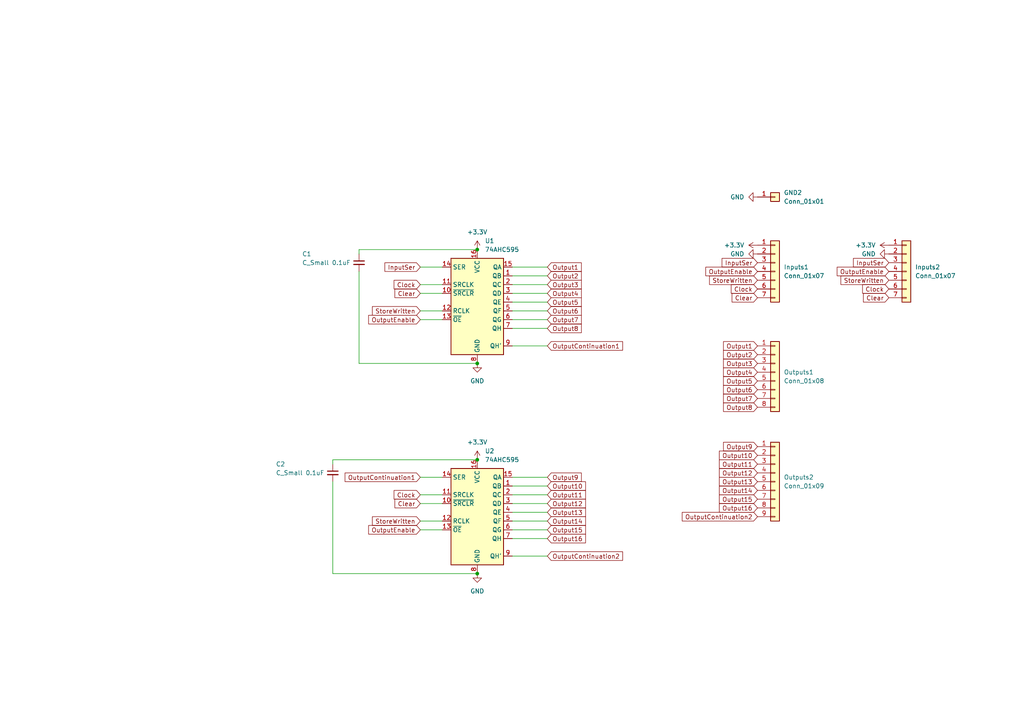
<source format=kicad_sch>
(kicad_sch (version 20230121) (generator eeschema)
  (paper "A4")
  (lib_symbols
    (symbol "74xx:74AHC595"
      (property "Reference" "U" (at -7.62 13.97 0))
      (property "Value" "74AHC595" (at -7.62 -16.51 0))
      (symbol "74AHC595_1_0"
        (pin tri_state line (at 10.16 7.62 180) (length 2.54) (name "QB") (number "1"))
        (pin input line (at -10.16 2.54 0) (length 2.54) (name "~{SRCLR}") (number "10"))
        (pin input line (at -10.16 5.08 0) (length 2.54) (name "SRCLK") (number "11"))
        (pin input line (at -10.16 -2.54 0) (length 2.54) (name "RCLK") (number "12"))
        (pin input line (at -10.16 -5.08 0) (length 2.54) (name "~{OE}") (number "13"))
        (pin input line (at -10.16 10.16 0) (length 2.54) (name "SER") (number "14"))
        (pin tri_state line (at 10.16 10.16 180) (length 2.54) (name "QA") (number "15"))
        (pin power_in line (at 0 15.24 270) (length 2.54) (name "VCC") (number "16"))
        (pin tri_state line (at 10.16 5.08 180) (length 2.54) (name "QC") (number "2"))
        (pin tri_state line (at 10.16 2.54 180) (length 2.54) (name "QD") (number "3"))
        (pin tri_state line (at 10.16 0 180) (length 2.54) (name "QE") (number "4"))
        (pin tri_state line (at 10.16 -2.54 180) (length 2.54) (name "QF") (number "5"))
        (pin tri_state line (at 10.16 -5.08 180) (length 2.54) (name "QG") (number "6"))
        (pin tri_state line (at 10.16 -7.62 180) (length 2.54) (name "QH") (number "7"))
        (pin power_in line (at 0 -17.78 90) (length 2.54) (name "GND") (number "8"))
        (pin output line (at 10.16 -12.7 180) (length 2.54) (name "QH'") (number "9"))
      )
      (symbol "74AHC595_1_1"
        (rectangle (start -7.62 12.7) (end 7.62 -15.24) (stroke (width 0.254)) (fill (type background)))
      )
    )
    (symbol "Connector_Generic:Conn_01x01" (pin_names (offset 1.016) hide)
      (property "Reference" "J" (at 0 2.54 0))
      (property "Value" "Conn_01x01" (at 0 -2.54 0))
      (symbol "Conn_01x01_1_1"
        (rectangle (start -1.27 0.127) (end 0 -0.127) (stroke (width 0.1524)))
        (rectangle (start -1.27 1.27) (end 1.27 -1.27) (stroke (width 0.254)) (fill (type background)))
        (pin passive line (at -5.08 0 0) (length 3.81) (name "Pin_1") (number "1"))
      )
    )
    (symbol "Connector_Generic:Conn_01x07" (pin_names (offset 1.016) hide)
      (property "Reference" "J" (at 0 10.16 0))
      (property "Value" "Conn_01x07" (at 0 -10.16 0))
      (symbol "Conn_01x07_1_1"
        (rectangle (start -1.27 -7.493) (end 0 -7.747) (stroke (width 0.1524)))
        (rectangle (start -1.27 -4.953) (end 0 -5.207) (stroke (width 0.1524)))
        (rectangle (start -1.27 -2.413) (end 0 -2.667) (stroke (width 0.1524)))
        (rectangle (start -1.27 0.127) (end 0 -0.127) (stroke (width 0.1524)))
        (rectangle (start -1.27 2.667) (end 0 2.413) (stroke (width 0.1524)))
        (rectangle (start -1.27 5.207) (end 0 4.953) (stroke (width 0.1524)))
        (rectangle (start -1.27 7.747) (end 0 7.493) (stroke (width 0.1524)))
        (rectangle (start -1.27 8.89) (end 1.27 -8.89) (stroke (width 0.254)) (fill (type background)))
        (pin passive line (at -5.08 7.62 0) (length 3.81) (name "Pin_1") (number "1"))
        (pin passive line (at -5.08 5.08 0) (length 3.81) (name "Pin_2") (number "2"))
        (pin passive line (at -5.08 2.54 0) (length 3.81) (name "Pin_3") (number "3"))
        (pin passive line (at -5.08 0 0) (length 3.81) (name "Pin_4") (number "4"))
        (pin passive line (at -5.08 -2.54 0) (length 3.81) (name "Pin_5") (number "5"))
        (pin passive line (at -5.08 -5.08 0) (length 3.81) (name "Pin_6") (number "6"))
        (pin passive line (at -5.08 -7.62 0) (length 3.81) (name "Pin_7") (number "7"))
      )
    )
    (symbol "Connector_Generic:Conn_01x08" (pin_names (offset 1.016) hide)
      (property "Reference" "J" (at 0 10.16 0))
      (property "Value" "Conn_01x08" (at 0 -12.7 0))
      (symbol "Conn_01x08_1_1"
        (rectangle (start -1.27 -10.033) (end 0 -10.287) (stroke (width 0.1524)))
        (rectangle (start -1.27 -7.493) (end 0 -7.747) (stroke (width 0.1524)))
        (rectangle (start -1.27 -4.953) (end 0 -5.207) (stroke (width 0.1524)))
        (rectangle (start -1.27 -2.413) (end 0 -2.667) (stroke (width 0.1524)))
        (rectangle (start -1.27 0.127) (end 0 -0.127) (stroke (width 0.1524)))
        (rectangle (start -1.27 2.667) (end 0 2.413) (stroke (width 0.1524)))
        (rectangle (start -1.27 5.207) (end 0 4.953) (stroke (width 0.1524)))
        (rectangle (start -1.27 7.747) (end 0 7.493) (stroke (width 0.1524)))
        (rectangle (start -1.27 8.89) (end 1.27 -11.43) (stroke (width 0.254)) (fill (type background)))
        (pin passive line (at -5.08 7.62 0) (length 3.81) (name "Pin_1") (number "1"))
        (pin passive line (at -5.08 5.08 0) (length 3.81) (name "Pin_2") (number "2"))
        (pin passive line (at -5.08 2.54 0) (length 3.81) (name "Pin_3") (number "3"))
        (pin passive line (at -5.08 0 0) (length 3.81) (name "Pin_4") (number "4"))
        (pin passive line (at -5.08 -2.54 0) (length 3.81) (name "Pin_5") (number "5"))
        (pin passive line (at -5.08 -5.08 0) (length 3.81) (name "Pin_6") (number "6"))
        (pin passive line (at -5.08 -7.62 0) (length 3.81) (name "Pin_7") (number "7"))
        (pin passive line (at -5.08 -10.16 0) (length 3.81) (name "Pin_8") (number "8"))
      )
    )
    (symbol "Connector_Generic:Conn_01x09" (pin_names (offset 1.016) hide)
      (property "Reference" "J" (at 0 12.7 0))
      (property "Value" "Conn_01x09" (at 0 -12.7 0))
      (symbol "Conn_01x09_1_1"
        (rectangle (start -1.27 -10.033) (end 0 -10.287) (stroke (width 0.1524)))
        (rectangle (start -1.27 -7.493) (end 0 -7.747) (stroke (width 0.1524)))
        (rectangle (start -1.27 -4.953) (end 0 -5.207) (stroke (width 0.1524)))
        (rectangle (start -1.27 -2.413) (end 0 -2.667) (stroke (width 0.1524)))
        (rectangle (start -1.27 0.127) (end 0 -0.127) (stroke (width 0.1524)))
        (rectangle (start -1.27 2.667) (end 0 2.413) (stroke (width 0.1524)))
        (rectangle (start -1.27 5.207) (end 0 4.953) (stroke (width 0.1524)))
        (rectangle (start -1.27 7.747) (end 0 7.493) (stroke (width 0.1524)))
        (rectangle (start -1.27 10.287) (end 0 10.033) (stroke (width 0.1524)))
        (rectangle (start -1.27 11.43) (end 1.27 -11.43) (stroke (width 0.254)) (fill (type background)))
        (pin passive line (at -5.08 10.16 0) (length 3.81) (name "Pin_1") (number "1"))
        (pin passive line (at -5.08 7.62 0) (length 3.81) (name "Pin_2") (number "2"))
        (pin passive line (at -5.08 5.08 0) (length 3.81) (name "Pin_3") (number "3"))
        (pin passive line (at -5.08 2.54 0) (length 3.81) (name "Pin_4") (number "4"))
        (pin passive line (at -5.08 0 0) (length 3.81) (name "Pin_5") (number "5"))
        (pin passive line (at -5.08 -2.54 0) (length 3.81) (name "Pin_6") (number "6"))
        (pin passive line (at -5.08 -5.08 0) (length 3.81) (name "Pin_7") (number "7"))
        (pin passive line (at -5.08 -7.62 0) (length 3.81) (name "Pin_8") (number "8"))
        (pin passive line (at -5.08 -10.16 0) (length 3.81) (name "Pin_9") (number "9"))
      )
    )
    (symbol "Device:C_Small" (pin_numbers hide) (pin_names (offset 0.254) hide)
      (property "Reference" "C" (at 0.254 1.778 0))
      (property "Value" "C_Small" (at 0.254 -2.032 0))
      (symbol "C_Small_0_1"
        (polyline (pts (xy -1.524 -0.508) (xy 1.524 -0.508)) (stroke (width 0.3302)))
        (polyline (pts (xy -1.524 0.508) (xy 1.524 0.508)) (stroke (width 0.3048)))
      )
      (symbol "C_Small_1_1"
        (pin passive line (at 0 2.54 270) (length 2.032) (name "~") (number "1"))
        (pin passive line (at 0 -2.54 90) (length 2.032) (name "~") (number "2"))
      )
    )
    (symbol "power:+3.3V" (power) (pin_names (offset 0))
      (property "Value" "+3.3V" (at 0 3.556 0))
      (symbol "+3.3V_0_1"
        (polyline (pts (xy -0.762 1.27) (xy 0 2.54)))
        (polyline (pts (xy 0 0) (xy 0 2.54)))
        (polyline (pts (xy 0 2.54) (xy 0.762 1.27)))
      )
      (symbol "+3.3V_1_1"
        (pin power_in line (at 0 0 90) (length 0) hide (name "+3.3V") (number "1"))
      )
    )
    (symbol "power:GND" (power) (pin_names (offset 0))
      (property "Value" "GND" (at 0 -3.81 0))
      (symbol "GND_0_1"
        (polyline (pts (xy 0 0) (xy 0 -1.27) (xy 1.27 -1.27) (xy 0 -2.54) (xy -1.27 -1.27) (xy 0 -1.27)))
      )
      (symbol "GND_1_1"
        (pin power_in line (at 0 0 270) (length 0) hide (name "GND") (number "1"))
      )
    )
  )
  (junction (at 138.43 133.35))
  (junction (at 138.43 105.41))
  (junction (at 138.43 166.37))
  (junction (at 138.43 72.39))
  (wire (pts (xy 158.75 161.29) (xy 148.59 161.29)))
  (wire (pts (xy 121.92 90.17) (xy 128.27 90.17)))
  (wire (pts (xy 121.92 153.67) (xy 128.27 153.67)))
  (wire (pts (xy 121.92 151.13) (xy 128.27 151.13)))
  (wire (pts (xy 148.59 138.43) (xy 158.75 138.43)))
  (wire (pts (xy 121.92 146.05) (xy 128.27 146.05)))
  (wire (pts (xy 158.75 80.01) (xy 148.59 80.01)))
  (wire (pts (xy 158.75 92.71) (xy 148.59 92.71)))
  (wire (pts (xy 121.92 85.09) (xy 128.27 85.09)))
  (wire (pts (xy 158.75 143.51) (xy 148.59 143.51)))
  (wire (pts (xy 158.75 151.13) (xy 148.59 151.13)))
  (wire (pts (xy 158.75 156.21) (xy 148.59 156.21)))
  (wire (pts (xy 121.92 143.51) (xy 128.27 143.51)))
  (wire (pts (xy 158.75 148.59) (xy 148.59 148.59)))
  (wire (pts (xy 121.92 77.47) (xy 128.27 77.47)))
  (wire (pts (xy 121.92 92.71) (xy 128.27 92.71)))
  (wire (pts (xy 158.75 85.09) (xy 148.59 85.09)))
  (wire (pts (xy 104.14 105.41) (xy 138.43 105.41)))
  (wire (pts (xy 158.75 87.63) (xy 148.59 87.63)))
  (wire (pts (xy 158.75 95.25) (xy 148.59 95.25)))
  (wire (pts (xy 104.14 72.39) (xy 138.43 72.39)))
  (wire (pts (xy 96.52 133.35) (xy 138.43 133.35)))
  (wire (pts (xy 121.92 82.55) (xy 128.27 82.55)))
  (wire (pts (xy 158.75 90.17) (xy 148.59 90.17)))
  (wire (pts (xy 158.75 146.05) (xy 148.59 146.05)))
  (wire (pts (xy 158.75 140.97) (xy 148.59 140.97)))
  (wire (pts (xy 158.75 100.33) (xy 148.59 100.33)))
  (wire (pts (xy 148.59 77.47) (xy 158.75 77.47)))
  (wire (pts (xy 158.75 153.67) (xy 148.59 153.67)))
  (wire (pts (xy 96.52 133.35) (xy 96.52 134.62)))
  (wire (pts (xy 96.52 166.37) (xy 138.43 166.37)))
  (wire (pts (xy 96.52 139.7) (xy 96.52 166.37)))
  (wire (pts (xy 104.14 78.74) (xy 104.14 105.41)))
  (wire (pts (xy 104.14 73.66) (xy 104.14 72.39)))
  (wire (pts (xy 121.92 138.43) (xy 128.27 138.43)))
  (wire (pts (xy 158.75 82.55) (xy 148.59 82.55)))
  (global_label "Output6" (shape input) (at 158.75 90.17 0) (property "Intersheetrefs" "${INTERSHEET_REFS}" (effects hide)))
  (global_label "Output3" (shape input) (at 219.71 105.41 180) (property "Intersheetrefs" "${INTERSHEET_REFS}" (effects hide)))
  (global_label "OutputContinuation2" (shape input) (at 158.75 161.29 0) (property "Intersheetrefs" "${INTERSHEET_REFS}" (effects hide)))
  (global_label "Output7" (shape input) (at 158.75 92.71 0) (property "Intersheetrefs" "${INTERSHEET_REFS}" (effects hide)))
  (global_label "Output15" (shape input) (at 158.75 153.67 0) (property "Intersheetrefs" "${INTERSHEET_REFS}" (effects hide)))
  (global_label "Output4" (shape input) (at 219.71 107.95 180) (property "Intersheetrefs" "${INTERSHEET_REFS}" (effects hide)))
  (global_label "Output10" (shape input) (at 219.71 132.08 180) (property "Intersheetrefs" "${INTERSHEET_REFS}" (effects hide)))
  (global_label "Output2" (shape input) (at 158.75 80.01 0) (property "Intersheetrefs" "${INTERSHEET_REFS}" (effects hide)))
  (global_label "Output2" (shape input) (at 219.71 102.87 180) (property "Intersheetrefs" "${INTERSHEET_REFS}" (effects hide)))
  (global_label "OutputContinuation1" (shape input) (at 158.75 100.33 0) (property "Intersheetrefs" "${INTERSHEET_REFS}" (effects hide)))
  (global_label "Output3" (shape input) (at 158.75 82.55 0) (property "Intersheetrefs" "${INTERSHEET_REFS}" (effects hide)))
  (global_label "OutputContinuation2" (shape input) (at 219.71 149.86 180) (property "Intersheetrefs" "${INTERSHEET_REFS}" (effects hide)))
  (global_label "InputSer" (shape input) (at 121.92 77.47 180) (property "Intersheetrefs" "${INTERSHEET_REFS}" (effects hide)))
  (global_label "Output11" (shape input) (at 158.75 143.51 0) (property "Intersheetrefs" "${INTERSHEET_REFS}" (effects hide)))
  (global_label "Output16" (shape input) (at 219.71 147.32 180) (property "Intersheetrefs" "${INTERSHEET_REFS}" (effects hide)))
  (global_label "Clock" (shape input) (at 121.92 143.51 180) (property "Intersheetrefs" "${INTERSHEET_REFS}" (effects hide)))
  (global_label "Clear" (shape input) (at 257.81 86.36 180) (property "Intersheetrefs" "${INTERSHEET_REFS}" (effects hide)))
  (global_label "Output9" (shape input) (at 158.75 138.43 0) (property "Intersheetrefs" "${INTERSHEET_REFS}" (effects hide)))
  (global_label "StoreWritten" (shape input) (at 121.92 90.17 180) (property "Intersheetrefs" "${INTERSHEET_REFS}" (effects hide)))
  (global_label "Output1" (shape input) (at 158.75 77.47 0) (property "Intersheetrefs" "${INTERSHEET_REFS}" (effects hide)))
  (global_label "Output6" (shape input) (at 219.71 113.03 180) (property "Intersheetrefs" "${INTERSHEET_REFS}" (effects hide)))
  (global_label "Output14" (shape input) (at 219.71 142.24 180) (property "Intersheetrefs" "${INTERSHEET_REFS}" (effects hide)))
  (global_label "Output13" (shape input) (at 158.75 148.59 0) (property "Intersheetrefs" "${INTERSHEET_REFS}" (effects hide)))
  (global_label "OutputEnable" (shape input) (at 121.92 153.67 180) (property "Intersheetrefs" "${INTERSHEET_REFS}" (effects hide)))
  (global_label "Output8" (shape input) (at 158.75 95.25 0) (property "Intersheetrefs" "${INTERSHEET_REFS}" (effects hide)))
  (global_label "Output8" (shape input) (at 219.71 118.11 180) (property "Intersheetrefs" "${INTERSHEET_REFS}" (effects hide)))
  (global_label "Output14" (shape input) (at 158.75 151.13 0) (property "Intersheetrefs" "${INTERSHEET_REFS}" (effects hide)))
  (global_label "Output15" (shape input) (at 219.71 144.78 180) (property "Intersheetrefs" "${INTERSHEET_REFS}" (effects hide)))
  (global_label "Clock" (shape input) (at 257.81 83.82 180) (property "Intersheetrefs" "${INTERSHEET_REFS}" (effects hide)))
  (global_label "Clock" (shape input) (at 219.71 83.82 180) (property "Intersheetrefs" "${INTERSHEET_REFS}" (effects hide)))
  (global_label "OutputContinuation1" (shape input) (at 121.92 138.43 180) (property "Intersheetrefs" "${INTERSHEET_REFS}" (effects hide)))
  (global_label "Clear" (shape input) (at 121.92 146.05 180) (property "Intersheetrefs" "${INTERSHEET_REFS}" (effects hide)))
  (global_label "Output11" (shape input) (at 219.71 134.62 180) (property "Intersheetrefs" "${INTERSHEET_REFS}" (effects hide)))
  (global_label "Output13" (shape input) (at 219.71 139.7 180) (property "Intersheetrefs" "${INTERSHEET_REFS}" (effects hide)))
  (global_label "StoreWritten" (shape input) (at 219.71 81.28 180) (property "Intersheetrefs" "${INTERSHEET_REFS}" (effects hide)))
  (global_label "Output1" (shape input) (at 219.71 100.33 180) (property "Intersheetrefs" "${INTERSHEET_REFS}" (effects hide)))
  (global_label "Output12" (shape input) (at 158.75 146.05 0) (property "Intersheetrefs" "${INTERSHEET_REFS}" (effects hide)))
  (global_label "Output7" (shape input) (at 219.71 115.57 180) (property "Intersheetrefs" "${INTERSHEET_REFS}" (effects hide)))
  (global_label "Output5" (shape input) (at 158.75 87.63 0) (property "Intersheetrefs" "${INTERSHEET_REFS}" (effects hide)))
  (global_label "InputSer" (shape input) (at 257.81 76.2 180) (property "Intersheetrefs" "${INTERSHEET_REFS}" (effects hide)))
  (global_label "Output10" (shape input) (at 158.75 140.97 0) (property "Intersheetrefs" "${INTERSHEET_REFS}" (effects hide)))
  (global_label "InputSer" (shape input) (at 219.71 76.2 180) (property "Intersheetrefs" "${INTERSHEET_REFS}" (effects hide)))
  (global_label "OutputEnable" (shape input) (at 219.71 78.74 180) (property "Intersheetrefs" "${INTERSHEET_REFS}" (effects hide)))
  (global_label "OutputEnable" (shape input) (at 121.92 92.71 180) (property "Intersheetrefs" "${INTERSHEET_REFS}" (effects hide)))
  (global_label "StoreWritten" (shape input) (at 257.81 81.28 180) (property "Intersheetrefs" "${INTERSHEET_REFS}" (effects hide)))
  (global_label "Clear" (shape input) (at 121.92 85.09 180) (property "Intersheetrefs" "${INTERSHEET_REFS}" (effects hide)))
  (global_label "Output4" (shape input) (at 158.75 85.09 0) (property "Intersheetrefs" "${INTERSHEET_REFS}" (effects hide)))
  (global_label "OutputEnable" (shape input) (at 257.81 78.74 180) (property "Intersheetrefs" "${INTERSHEET_REFS}" (effects hide)))
  (global_label "StoreWritten" (shape input) (at 121.92 151.13 180) (property "Intersheetrefs" "${INTERSHEET_REFS}" (effects hide)))
  (global_label "Output16" (shape input) (at 158.75 156.21 0) (property "Intersheetrefs" "${INTERSHEET_REFS}" (effects hide)))
  (global_label "Output12" (shape input) (at 219.71 137.16 180) (property "Intersheetrefs" "${INTERSHEET_REFS}" (effects hide)))
  (global_label "Output5" (shape input) (at 219.71 110.49 180) (property "Intersheetrefs" "${INTERSHEET_REFS}" (effects hide)))
  (global_label "Clock" (shape input) (at 121.92 82.55 180) (property "Intersheetrefs" "${INTERSHEET_REFS}" (effects hide)))
  (global_label "Clear" (shape input) (at 219.71 86.36 180) (property "Intersheetrefs" "${INTERSHEET_REFS}" (effects hide)))
  (global_label "Output9" (shape input) (at 219.71 129.54 180) (property "Intersheetrefs" "${INTERSHEET_REFS}" (effects hide)))
  (symbol (lib_id "power:+3.3V") (at 138.43 133.35 0) (unit 1)
    (property "Reference" "#PWR03" (effects hide))
    (property "Value" "+3.3V" (at 138.43 128.27 0))
  )
  (symbol (lib_id "Connector_Generic:Conn_01x07") (at 262.89 78.74 0) (unit 1)
    (property "Reference" "Inputs2" (at 265.43 77.47 0) (effects (justify left)))
    (property "Value" "Conn_01x07" (at 265.43 80.01 0) (effects (justify left)))
    (property "Footprint" "Connector_JST:JST_EH_S7B-EH_1x07_P2.50mm_Horizontal" (effects hide))
  )
  (symbol (lib_id "Connector_Generic:Conn_01x09") (at 224.79 139.7 0) (unit 1)
    (property "Reference" "Outputs2" (at 227.33 138.43 0) (effects (justify left)))
    (property "Value" "Conn_01x09" (at 227.33 140.97 0) (effects (justify left)))
    (property "Footprint" "Connector_PinHeader_2.54mm:PinHeader_1x09_P2.54mm_Vertical" (effects hide))
  )
  (symbol (lib_id "power:GND") (at 219.71 73.66 270) (unit 1)
    (property "Reference" "#PWR04" (effects hide))
    (property "Value" "GND" (at 215.9 73.66 90) (effects (justify right)))
  )
  (symbol (lib_id "Connector_Generic:Conn_01x08") (at 224.79 107.95 0) (unit 1)
    (property "Reference" "Outputs1" (at 227.33 107.95 0) (effects (justify left)))
    (property "Value" "Conn_01x08" (at 227.33 110.49 0) (effects (justify left)))
    (property "Footprint" "Connector_PinHeader_2.54mm:PinHeader_1x08_P2.54mm_Vertical" (effects hide))
  )
  (symbol (lib_id "power:+3.3V") (at 257.81 71.12 90) (unit 1)
    (property "Reference" "#PWR08" (effects hide))
    (property "Value" "+3.3V" (at 254 71.12 90) (effects (justify left)))
  )
  (symbol (lib_id "power:GND") (at 219.71 57.15 270) (unit 1)
    (property "Reference" "#PWR07" (effects hide))
    (property "Value" "GND" (at 215.9 57.15 90) (effects (justify right)))
  )
  (symbol (lib_id "power:GND") (at 257.81 73.66 270) (unit 1)
    (property "Reference" "#PWR09" (effects hide))
    (property "Value" "GND" (at 254 73.66 90) (effects (justify right)))
  )
  (symbol (lib_id "power:GND") (at 138.43 105.41 0) (unit 1)
    (property "Reference" "#PWR05" (effects hide))
    (property "Value" "GND" (at 138.43 110.49 0))
  )
  (symbol (lib_id "Device:C_Small") (at 104.14 76.2 0) (unit 1)
    (property "Reference" "C1" (at 87.63 73.66 0) (effects (justify left)))
    (property "Value" "C_Small 0.1uF" (at 87.63 76.2 0) (effects (justify left)))
    (property "Footprint" "Capacitor_THT:C_Disc_D4.3mm_W1.9mm_P5.00mm" (effects hide))
  )
  (symbol (lib_id "power:GND") (at 138.43 166.37 0) (unit 1)
    (property "Reference" "#PWR06" (effects hide))
    (property "Value" "GND" (at 138.43 171.45 0))
  )
  (symbol (lib_id "Device:C_Small") (at 96.52 137.16 0) (unit 1)
    (property "Reference" "C2" (at 80.01 134.62 0) (effects (justify left)))
    (property "Value" "C_Small 0.1uF" (at 80.01 137.16 0) (effects (justify left)))
    (property "Footprint" "Capacitor_THT:C_Disc_D4.3mm_W1.9mm_P5.00mm" (effects hide))
  )
  (symbol (lib_id "74xx:74AHC595") (at 138.43 148.59 0) (unit 1)
    (property "Reference" "U2" (at 140.6241 130.81 0) (effects (justify left)))
    (property "Value" "74AHC595" (at 140.6241 133.35 0) (effects (justify left)))
    (property "Footprint" "Package_DIP:DIP-16_W7.62mm" (effects hide))
    (property "Datasheet" "https://assets.nexperia.com/documents/data-sheet/74AHC_AHCT595.pdf" (effects hide))
  )
  (symbol (lib_id "74xx:74AHC595") (at 138.43 87.63 0) (unit 1)
    (property "Reference" "U1" (at 140.6241 69.85 0) (effects (justify left)))
    (property "Value" "74AHC595" (at 140.6241 72.39 0) (effects (justify left)))
    (property "Footprint" "Package_DIP:DIP-16_W7.62mm" (effects hide))
    (property "Datasheet" "https://assets.nexperia.com/documents/data-sheet/74AHC_AHCT595.pdf" (effects hide))
  )
  (symbol (lib_id "power:+3.3V") (at 138.43 72.39 0) (unit 1)
    (property "Reference" "#PWR02" (effects hide))
    (property "Value" "+3.3V" (at 138.43 67.31 0))
  )
  (symbol (lib_id "power:+3.3V") (at 219.71 71.12 90) (unit 1)
    (property "Reference" "#PWR01" (effects hide))
    (property "Value" "+3.3V" (at 215.9 71.12 90) (effects (justify left)))
  )
  (symbol (lib_id "Connector_Generic:Conn_01x07") (at 224.79 78.74 0) (unit 1)
    (property "Reference" "Inputs1" (at 227.33 77.47 0) (effects (justify left)))
    (property "Value" "Conn_01x07" (at 227.33 80.01 0) (effects (justify left)))
    (property "Footprint" "Connector_PinHeader_2.54mm:PinHeader_1x07_P2.54mm_Vertical" (effects hide))
  )
  (symbol (lib_id "Connector_Generic:Conn_01x01") (at 224.79 57.15 0) (unit 1)
    (property "Reference" "GND2" (at 227.33 55.88 0) (effects (justify left)))
    (property "Value" "Conn_01x01" (at 227.33 58.42 0) (effects (justify left)))
    (property "Footprint" "Connector_PinHeader_2.54mm:PinHeader_1x01_P2.54mm_Vertical" (effects hide))
  )
)
</source>
